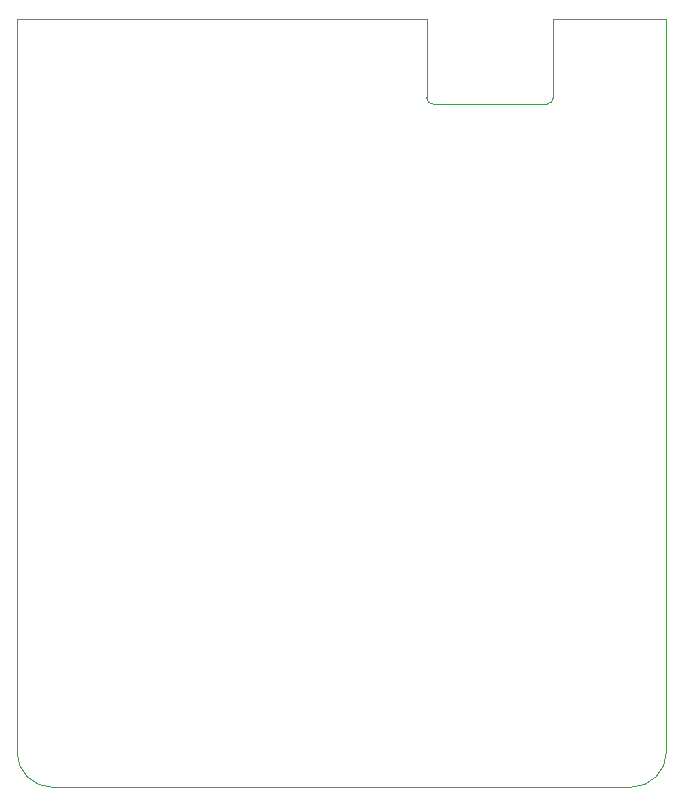
<source format=gbr>
G04 #@! TF.GenerationSoftware,KiCad,Pcbnew,5.1.10*
G04 #@! TF.CreationDate,2021-11-17T11:05:38+01:00*
G04 #@! TF.ProjectId,test_pcb,74657374-5f70-4636-922e-6b696361645f,rev?*
G04 #@! TF.SameCoordinates,Original*
G04 #@! TF.FileFunction,Profile,NP*
%FSLAX46Y46*%
G04 Gerber Fmt 4.6, Leading zero omitted, Abs format (unit mm)*
G04 Created by KiCad (PCBNEW 5.1.10) date 2021-11-17 11:05:38*
%MOMM*%
%LPD*%
G01*
G04 APERTURE LIST*
G04 #@! TA.AperFunction,Profile*
%ADD10C,0.100000*%
G04 #@! TD*
G04 APERTURE END LIST*
D10*
X105000000Y-92000000D02*
G75*
G02*
X102000000Y-95000000I-3000000J0D01*
G01*
X85233034Y-37166620D02*
G75*
G02*
X84683380Y-36616966I0J549654D01*
G01*
X95410214Y-36622886D02*
G75*
G02*
X94872886Y-37160214I-537328J0D01*
G01*
X84700000Y-30000000D02*
X50000000Y-30000000D01*
X95400000Y-30000000D02*
X105000000Y-30000000D01*
X84683380Y-36616966D02*
X84700000Y-30000000D01*
X94872886Y-37160214D02*
X85233034Y-37166620D01*
X95400000Y-30000000D02*
X95410214Y-36622886D01*
X53000000Y-95000000D02*
G75*
G02*
X50000000Y-92000000I0J3000000D01*
G01*
X102000000Y-95000000D02*
X53000000Y-95000000D01*
X105000000Y-30000000D02*
X105000000Y-92000000D01*
X50000000Y-30000000D02*
X50000000Y-92000000D01*
M02*

</source>
